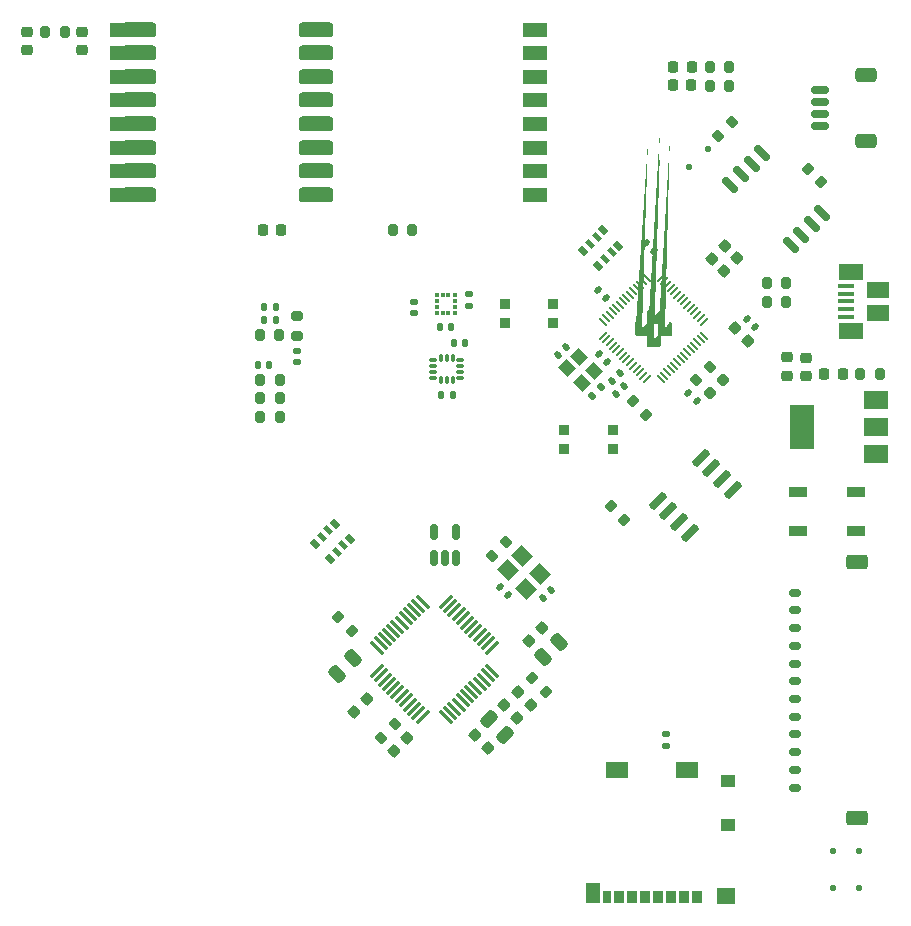
<source format=gbr>
%TF.GenerationSoftware,KiCad,Pcbnew,7.0.1*%
%TF.CreationDate,2023-07-16T20:54:18-07:00*%
%TF.ProjectId,flight_computer_dev_board_rfm98pw,666c6967-6874-45f6-936f-6d7075746572,rev?*%
%TF.SameCoordinates,Original*%
%TF.FileFunction,Paste,Top*%
%TF.FilePolarity,Positive*%
%FSLAX46Y46*%
G04 Gerber Fmt 4.6, Leading zero omitted, Abs format (unit mm)*
G04 Created by KiCad (PCBNEW 7.0.1) date 2023-07-16 20:54:18*
%MOMM*%
%LPD*%
G01*
G04 APERTURE LIST*
G04 Aperture macros list*
%AMRoundRect*
0 Rectangle with rounded corners*
0 $1 Rounding radius*
0 $2 $3 $4 $5 $6 $7 $8 $9 X,Y pos of 4 corners*
0 Add a 4 corners polygon primitive as box body*
4,1,4,$2,$3,$4,$5,$6,$7,$8,$9,$2,$3,0*
0 Add four circle primitives for the rounded corners*
1,1,$1+$1,$2,$3*
1,1,$1+$1,$4,$5*
1,1,$1+$1,$6,$7*
1,1,$1+$1,$8,$9*
0 Add four rect primitives between the rounded corners*
20,1,$1+$1,$2,$3,$4,$5,0*
20,1,$1+$1,$4,$5,$6,$7,0*
20,1,$1+$1,$6,$7,$8,$9,0*
20,1,$1+$1,$8,$9,$2,$3,0*%
%AMRotRect*
0 Rectangle, with rotation*
0 The origin of the aperture is its center*
0 $1 length*
0 $2 width*
0 $3 Rotation angle, in degrees counterclockwise*
0 Add horizontal line*
21,1,$1,$2,0,0,$3*%
%AMFreePoly0*
4,1,51,0.532219,0.614745,0.539696,0.609939,0.548496,0.608674,0.568109,0.591679,0.589937,0.577652,0.593629,0.569566,0.600348,0.563745,0.607658,0.538848,0.618438,0.515244,0.617172,0.506443,0.619677,0.497915,0.619677,-0.497915,0.614745,-0.532219,0.609939,-0.539696,0.608674,-0.548496,0.591679,-0.568109,0.577652,-0.589937,0.569566,-0.593629,0.563745,-0.600348,0.538848,-0.607658,
0.515244,-0.618438,0.506443,-0.617172,0.497915,-0.619677,-0.497915,-0.619677,-0.532219,-0.614745,-0.539696,-0.609939,-0.548496,-0.608674,-0.568109,-0.591679,-0.589937,-0.577652,-0.593629,-0.569566,-0.600348,-0.563745,-0.607658,-0.538848,-0.618438,-0.515244,-0.617172,-0.506443,-0.619677,-0.497915,-0.619677,0.397045,-0.616582,0.418565,-0.616895,0.422927,-0.615620,0.425261,-0.614745,0.431349,
-0.598456,0.456693,-0.584014,0.483144,-0.483144,0.584014,-0.465738,0.597042,-0.462875,0.600348,-0.460322,0.601097,-0.455399,0.604783,-0.425958,0.611187,-0.397045,0.619677,0.497915,0.619677,0.532219,0.614745,0.532219,0.614745,$1*%
%AMFreePoly1*
4,1,51,0.532219,0.614745,0.539696,0.609939,0.548496,0.608674,0.568109,0.591679,0.589937,0.577652,0.593629,0.569566,0.600348,0.563745,0.607658,0.538848,0.618438,0.515244,0.617172,0.506443,0.619677,0.497915,0.619677,-0.497915,0.614745,-0.532219,0.609939,-0.539696,0.608674,-0.548496,0.591679,-0.568109,0.577652,-0.589937,0.569566,-0.593629,0.563745,-0.600348,0.538848,-0.607658,
0.515244,-0.618438,0.506443,-0.617172,0.497915,-0.619677,-0.397045,-0.619677,-0.418563,-0.616583,-0.422927,-0.616895,-0.425261,-0.615620,-0.431349,-0.614745,-0.456693,-0.598456,-0.483144,-0.584014,-0.584014,-0.483144,-0.597044,-0.465737,-0.600348,-0.462875,-0.601097,-0.460323,-0.604783,-0.455400,-0.611187,-0.425956,-0.619677,-0.397045,-0.619677,0.497915,-0.614745,0.532219,-0.609939,0.539696,
-0.608674,0.548496,-0.591679,0.568109,-0.577652,0.589937,-0.569566,0.593629,-0.563745,0.600348,-0.538848,0.607658,-0.515244,0.618438,-0.506443,0.617172,-0.497915,0.619677,0.497915,0.619677,0.532219,0.614745,0.532219,0.614745,$1*%
%AMFreePoly2*
4,1,51,0.418565,0.616582,0.422927,0.616895,0.425261,0.615620,0.431349,0.614745,0.456693,0.598456,0.483144,0.584014,0.584014,0.483144,0.597042,0.465738,0.600348,0.462875,0.601097,0.460322,0.604783,0.455399,0.611187,0.425958,0.619677,0.397045,0.619677,-0.497915,0.614745,-0.532219,0.609939,-0.539696,0.608674,-0.548496,0.591679,-0.568109,0.577652,-0.589937,0.569566,-0.593629,
0.563745,-0.600348,0.538848,-0.607658,0.515244,-0.618438,0.506443,-0.617172,0.497915,-0.619677,-0.497915,-0.619677,-0.532219,-0.614745,-0.539696,-0.609939,-0.548496,-0.608674,-0.568109,-0.591679,-0.589937,-0.577652,-0.593629,-0.569566,-0.600348,-0.563745,-0.607658,-0.538848,-0.618438,-0.515244,-0.617172,-0.506443,-0.619677,-0.497915,-0.619677,0.497915,-0.614745,0.532219,-0.609939,0.539696,
-0.608674,0.548496,-0.591679,0.568109,-0.577652,0.589937,-0.569566,0.593629,-0.563745,0.600348,-0.538848,0.607658,-0.515244,0.618438,-0.506443,0.617172,-0.497915,0.619677,0.397045,0.619677,0.418565,0.616582,0.418565,0.616582,$1*%
%AMFreePoly3*
4,1,51,0.532219,0.614745,0.539696,0.609939,0.548496,0.608674,0.568109,0.591679,0.589937,0.577652,0.593629,0.569566,0.600348,0.563745,0.607658,0.538848,0.618438,0.515244,0.617172,0.506443,0.619677,0.497915,0.619677,-0.397045,0.616583,-0.418563,0.616895,-0.422927,0.615620,-0.425261,0.614745,-0.431349,0.598456,-0.456693,0.584014,-0.483144,0.483144,-0.584014,0.465737,-0.597044,
0.462875,-0.600348,0.460323,-0.601097,0.455400,-0.604783,0.425956,-0.611187,0.397045,-0.619677,-0.497915,-0.619677,-0.532219,-0.614745,-0.539696,-0.609939,-0.548496,-0.608674,-0.568109,-0.591679,-0.589937,-0.577652,-0.593629,-0.569566,-0.600348,-0.563745,-0.607658,-0.538848,-0.618438,-0.515244,-0.617172,-0.506443,-0.619677,-0.497915,-0.619677,0.497915,-0.614745,0.532219,-0.609939,0.539696,
-0.608674,0.548496,-0.591679,0.568109,-0.577652,0.589937,-0.569566,0.593629,-0.563745,0.600348,-0.538848,0.607658,-0.515244,0.618438,-0.506443,0.617172,-0.497915,0.619677,0.497915,0.619677,0.532219,0.614745,0.532219,0.614745,$1*%
G04 Aperture macros list end*
%ADD10RoundRect,0.218750X0.026517X-0.335876X0.335876X-0.026517X-0.026517X0.335876X-0.335876X0.026517X0*%
%ADD11RotRect,0.800000X0.500000X135.000000*%
%ADD12RotRect,0.800000X0.400000X135.000000*%
%ADD13RoundRect,0.140000X-0.021213X0.219203X-0.219203X0.021213X0.021213X-0.219203X0.219203X-0.021213X0*%
%ADD14RoundRect,0.225000X0.250000X-0.225000X0.250000X0.225000X-0.250000X0.225000X-0.250000X-0.225000X0*%
%ADD15RoundRect,0.200000X-0.200000X-0.275000X0.200000X-0.275000X0.200000X0.275000X-0.200000X0.275000X0*%
%ADD16RoundRect,0.140000X-0.140000X-0.170000X0.140000X-0.170000X0.140000X0.170000X-0.140000X0.170000X0*%
%ADD17RoundRect,0.135000X0.185000X-0.135000X0.185000X0.135000X-0.185000X0.135000X-0.185000X-0.135000X0*%
%ADD18RoundRect,0.225000X-0.250000X0.225000X-0.250000X-0.225000X0.250000X-0.225000X0.250000X0.225000X0*%
%ADD19RoundRect,0.200000X0.200000X0.275000X-0.200000X0.275000X-0.200000X-0.275000X0.200000X-0.275000X0*%
%ADD20R,2.000000X1.500000*%
%ADD21R,2.000000X3.800000*%
%ADD22RoundRect,0.250000X0.159099X-0.512652X0.512652X-0.159099X-0.159099X0.512652X-0.512652X0.159099X0*%
%ADD23RoundRect,0.140000X0.021213X-0.219203X0.219203X-0.021213X-0.021213X0.219203X-0.219203X0.021213X0*%
%ADD24RoundRect,0.250000X0.512652X0.159099X0.159099X0.512652X-0.512652X-0.159099X-0.159099X-0.512652X0*%
%ADD25RoundRect,0.218750X0.218750X0.256250X-0.218750X0.256250X-0.218750X-0.256250X0.218750X-0.256250X0*%
%ADD26RoundRect,0.200000X-0.335876X-0.053033X-0.053033X-0.335876X0.335876X0.053033X0.053033X0.335876X0*%
%ADD27RoundRect,0.218750X-0.218750X-0.256250X0.218750X-0.256250X0.218750X0.256250X-0.218750X0.256250X0*%
%ADD28RoundRect,0.225000X-0.017678X0.335876X-0.335876X0.017678X0.017678X-0.335876X0.335876X-0.017678X0*%
%ADD29R,0.900000X0.900000*%
%ADD30RoundRect,0.140000X-0.170000X0.140000X-0.170000X-0.140000X0.170000X-0.140000X0.170000X0.140000X0*%
%ADD31RoundRect,0.225000X0.017678X-0.335876X0.335876X-0.017678X-0.017678X0.335876X-0.335876X0.017678X0*%
%ADD32RotRect,1.400000X1.200000X315.000000*%
%ADD33RoundRect,0.135000X-0.035355X0.226274X-0.226274X0.035355X0.035355X-0.226274X0.226274X-0.035355X0*%
%ADD34RoundRect,0.225000X-0.335876X-0.017678X-0.017678X-0.335876X0.335876X0.017678X0.017678X0.335876X0*%
%ADD35RoundRect,0.200000X0.053033X-0.335876X0.335876X-0.053033X-0.053033X0.335876X-0.335876X0.053033X0*%
%ADD36RotRect,1.150000X1.000000X315.000000*%
%ADD37RoundRect,0.140000X0.219203X0.021213X0.021213X0.219203X-0.219203X-0.021213X-0.021213X-0.219203X0*%
%ADD38RoundRect,0.200000X0.335876X0.053033X0.053033X0.335876X-0.335876X-0.053033X-0.053033X-0.335876X0*%
%ADD39R,2.000000X1.300000*%
%ADD40RoundRect,0.200000X-0.275000X0.200000X-0.275000X-0.200000X0.275000X-0.200000X0.275000X0.200000X0*%
%ADD41RoundRect,0.150000X0.150000X-0.512500X0.150000X0.512500X-0.150000X0.512500X-0.150000X-0.512500X0*%
%ADD42RoundRect,0.125000X-0.125000X-0.125000X0.125000X-0.125000X0.125000X0.125000X-0.125000X0.125000X0*%
%ADD43RoundRect,0.087500X-0.225000X-0.087500X0.225000X-0.087500X0.225000X0.087500X-0.225000X0.087500X0*%
%ADD44RoundRect,0.087500X-0.087500X-0.225000X0.087500X-0.225000X0.087500X0.225000X-0.087500X0.225000X0*%
%ADD45RoundRect,0.150000X-0.565685X0.353553X0.353553X-0.565685X0.565685X-0.353553X-0.353553X0.565685X0*%
%ADD46RoundRect,0.140000X-0.219203X-0.021213X-0.021213X-0.219203X0.219203X0.021213X0.021213X0.219203X0*%
%ADD47R,1.500000X0.900000*%
%ADD48RoundRect,0.125000X0.000000X-0.176777X0.176777X0.000000X0.000000X0.176777X-0.176777X0.000000X0*%
%ADD49R,0.850000X1.100000*%
%ADD50R,0.750000X1.100000*%
%ADD51R,1.200000X1.000000*%
%ADD52R,1.550000X1.350000*%
%ADD53R,1.900000X1.350000*%
%ADD54R,1.170000X1.800000*%
%ADD55RoundRect,0.150000X0.625000X-0.150000X0.625000X0.150000X-0.625000X0.150000X-0.625000X-0.150000X0*%
%ADD56RoundRect,0.250000X0.650000X-0.350000X0.650000X0.350000X-0.650000X0.350000X-0.650000X-0.350000X0*%
%ADD57FreePoly0,315.000000*%
%ADD58FreePoly1,315.000000*%
%ADD59FreePoly2,315.000000*%
%ADD60FreePoly3,315.000000*%
%ADD61RoundRect,0.050000X-0.309359X0.238649X0.238649X-0.309359X0.309359X-0.238649X-0.238649X0.309359X0*%
%ADD62RoundRect,0.050000X-0.309359X-0.238649X-0.238649X-0.309359X0.309359X0.238649X0.238649X0.309359X0*%
%ADD63RoundRect,0.317500X1.157500X0.317500X-1.157500X0.317500X-1.157500X-0.317500X1.157500X-0.317500X0*%
%ADD64R,0.375000X0.350000*%
%ADD65R,0.350000X0.375000*%
%ADD66RoundRect,0.225000X0.225000X0.250000X-0.225000X0.250000X-0.225000X-0.250000X0.225000X-0.250000X0*%
%ADD67RoundRect,0.150000X0.350000X-0.150000X0.350000X0.150000X-0.350000X0.150000X-0.350000X-0.150000X0*%
%ADD68RoundRect,0.250000X0.650000X-0.375000X0.650000X0.375000X-0.650000X0.375000X-0.650000X-0.375000X0*%
%ADD69RoundRect,0.150000X0.406586X0.618718X-0.618718X-0.406586X-0.406586X-0.618718X0.618718X0.406586X0*%
%ADD70RoundRect,0.200000X-0.053033X0.335876X-0.335876X0.053033X0.053033X-0.335876X0.335876X-0.053033X0*%
%ADD71RoundRect,0.225000X0.335876X0.017678X0.017678X0.335876X-0.335876X-0.017678X-0.017678X-0.335876X0*%
%ADD72R,1.380000X0.450000*%
%ADD73R,2.100000X1.475000*%
%ADD74R,1.900000X1.375000*%
%ADD75RoundRect,0.075000X-0.415425X-0.521491X0.521491X0.415425X0.415425X0.521491X-0.521491X-0.415425X0*%
%ADD76RoundRect,0.075000X0.415425X-0.521491X0.521491X-0.415425X-0.415425X0.521491X-0.521491X0.415425X0*%
G04 APERTURE END LIST*
D10*
%TO.C,D5*%
X210684189Y-90795812D03*
X211797883Y-89682118D03*
%TD*%
D11*
%TO.C,R22*%
X178537868Y-104804924D03*
D12*
X179103553Y-104239239D03*
X179669239Y-103673553D03*
D11*
X180234924Y-103107868D03*
X178962132Y-101835076D03*
D12*
X178396447Y-102400761D03*
X177830761Y-102966447D03*
D11*
X177265076Y-103532132D03*
%TD*%
D13*
%TO.C,C11*%
X203079411Y-89110589D03*
X202400589Y-89789411D03*
%TD*%
D14*
%TO.C,C13*%
X217210000Y-89295000D03*
X217210000Y-87745000D03*
%TD*%
D15*
%TO.C,R7*%
X215520000Y-81480000D03*
X217170000Y-81480000D03*
%TD*%
D16*
%TO.C,C17*%
X172430000Y-88410000D03*
X173390000Y-88410000D03*
%TD*%
D17*
%TO.C,R15*%
X206960000Y-120650000D03*
X206960000Y-119630000D03*
%TD*%
D18*
%TO.C,C16*%
X152910000Y-60185000D03*
X152910000Y-61735000D03*
%TD*%
D19*
%TO.C,R18*%
X174255000Y-85830000D03*
X172605000Y-85830000D03*
%TD*%
D20*
%TO.C,IC2*%
X224780000Y-95970000D03*
X224780000Y-93670000D03*
X224780000Y-91370000D03*
D21*
X218480000Y-93670000D03*
%TD*%
D22*
%TO.C,C24*%
X179108249Y-114571751D03*
X180451751Y-113228249D03*
%TD*%
D23*
%TO.C,C4*%
X202780589Y-90849411D03*
X203459411Y-90170589D03*
%TD*%
D24*
%TO.C,C25*%
X193341751Y-119711751D03*
X191998249Y-118368249D03*
%TD*%
D25*
%TO.C,D1*%
X209157500Y-63130000D03*
X207582500Y-63130000D03*
%TD*%
D11*
%TO.C,R6*%
X201245736Y-79979848D03*
D12*
X201811421Y-79414163D03*
X202377107Y-78848477D03*
D11*
X202942792Y-78282792D03*
X201670000Y-77010000D03*
D12*
X201104315Y-77575685D03*
X200538629Y-78141371D03*
D11*
X199972944Y-78707056D03*
%TD*%
D26*
%TO.C,FB1*%
X195676637Y-114936637D03*
X196843363Y-116103363D03*
%TD*%
D14*
%TO.C,C12*%
X218810000Y-89315000D03*
X218810000Y-87765000D03*
%TD*%
D27*
%TO.C,D3*%
X220382500Y-89190000D03*
X221957500Y-89190000D03*
%TD*%
D28*
%TO.C,C20*%
X185068008Y-119961992D03*
X183971992Y-121058008D03*
%TD*%
D16*
%TO.C,C18*%
X172970000Y-84560000D03*
X173930000Y-84560000D03*
%TD*%
D29*
%TO.C,SW2*%
X202480000Y-93910000D03*
X198380000Y-93910000D03*
X202480000Y-95510000D03*
X198380000Y-95510000D03*
%TD*%
D16*
%TO.C,C32*%
X189040000Y-86550000D03*
X190000000Y-86550000D03*
%TD*%
%TO.C,C19*%
X172980000Y-83480000D03*
X173940000Y-83480000D03*
%TD*%
D30*
%TO.C,C34*%
X190300000Y-82430000D03*
X190300000Y-83390000D03*
%TD*%
D19*
%TO.C,L1*%
X156065000Y-60190000D03*
X154415000Y-60190000D03*
%TD*%
D31*
%TO.C,C3*%
X210853984Y-79396016D03*
X211950000Y-78300000D03*
%TD*%
D32*
%TO.C,Y2*%
X193601142Y-105773223D03*
X195156777Y-107328858D03*
X196358858Y-106126777D03*
X194803223Y-104571142D03*
%TD*%
D33*
%TO.C,R2*%
X201460624Y-90269376D03*
X200739376Y-90990624D03*
%TD*%
D19*
%TO.C,R17*%
X174295000Y-89690000D03*
X172645000Y-89690000D03*
%TD*%
D34*
%TO.C,C22*%
X190801992Y-119721992D03*
X191898008Y-120818008D03*
%TD*%
D35*
%TO.C,R21*%
X192256637Y-104563363D03*
X193423363Y-103396637D03*
%TD*%
D36*
%TO.C,Y1*%
X198642614Y-88692512D03*
X199880051Y-89929949D03*
X200870000Y-88940000D03*
X199632563Y-87702563D03*
%TD*%
D31*
%TO.C,C8*%
X211931992Y-80468008D03*
X213028008Y-79371992D03*
%TD*%
D37*
%TO.C,C10*%
X201909411Y-82689411D03*
X201230589Y-82010589D03*
%TD*%
D18*
%TO.C,C15*%
X157560000Y-60175000D03*
X157560000Y-61725000D03*
%TD*%
D22*
%TO.C,C27*%
X196578249Y-113161751D03*
X197921751Y-111818249D03*
%TD*%
D38*
%TO.C,R12*%
X220143363Y-72943363D03*
X218976637Y-71776637D03*
%TD*%
D19*
%TO.C,R14*%
X174275000Y-92770000D03*
X172625000Y-92770000D03*
%TD*%
D39*
%TO.C,U4*%
X160910000Y-60001499D03*
X160910000Y-62001499D03*
X160910000Y-64001499D03*
X160910000Y-66001499D03*
X160910000Y-68001499D03*
X160910000Y-70001499D03*
X160910000Y-72001499D03*
X160910000Y-74001499D03*
X195910000Y-74001499D03*
X195910000Y-72001499D03*
X195910000Y-70001499D03*
X195910000Y-68001499D03*
X195910000Y-66001499D03*
X195910000Y-64001499D03*
X195910000Y-62001499D03*
X195910000Y-60001499D03*
%TD*%
D40*
%TO.C,R19*%
X175730000Y-84275000D03*
X175730000Y-85925000D03*
%TD*%
D41*
%TO.C,U1*%
X187320000Y-104777500D03*
X188270000Y-104777500D03*
X189220000Y-104777500D03*
X189220000Y-102502500D03*
X187320000Y-102502500D03*
%TD*%
D15*
%TO.C,R4*%
X210685000Y-63130000D03*
X212335000Y-63130000D03*
%TD*%
D35*
%TO.C,R20*%
X182866637Y-120003363D03*
X184033363Y-118836637D03*
%TD*%
D42*
%TO.C,D6*%
X221130000Y-129570000D03*
X223330000Y-129570000D03*
%TD*%
D43*
%TO.C,U7*%
X187257500Y-87970000D03*
X187257500Y-88470000D03*
X187257500Y-88970000D03*
X187257500Y-89470000D03*
D44*
X187920000Y-89632500D03*
X188420000Y-89632500D03*
X188920000Y-89632500D03*
D43*
X189582500Y-89470000D03*
X189582500Y-88970000D03*
X189582500Y-88470000D03*
X189582500Y-87970000D03*
D44*
X188920000Y-87807500D03*
X188420000Y-87807500D03*
X187920000Y-87807500D03*
%TD*%
D13*
%TO.C,C2*%
X198499411Y-86870589D03*
X197820589Y-87549411D03*
%TD*%
D31*
%TO.C,C28*%
X195421992Y-111748008D03*
X196518008Y-110651992D03*
%TD*%
D34*
%TO.C,C6*%
X212811992Y-85251992D03*
X213908008Y-86348008D03*
%TD*%
D37*
%TO.C,C9*%
X205989411Y-78729411D03*
X205310589Y-78050589D03*
%TD*%
D45*
%TO.C,U6*%
X215131454Y-70467377D03*
X214233428Y-71365403D03*
X213335403Y-72263428D03*
X212437377Y-73161454D03*
X217528546Y-78252623D03*
X218426572Y-77354597D03*
X219324597Y-76456572D03*
X220222623Y-75558546D03*
%TD*%
D25*
%TO.C,D2*%
X209137500Y-64730000D03*
X207562500Y-64730000D03*
%TD*%
D26*
%TO.C,FB2*%
X179196637Y-109776637D03*
X180363363Y-110943363D03*
%TD*%
D46*
%TO.C,C7*%
X208890589Y-90770589D03*
X209569411Y-91449411D03*
%TD*%
D15*
%TO.C,R8*%
X215525000Y-83070000D03*
X217175000Y-83070000D03*
%TD*%
D47*
%TO.C,LED1*%
X218160000Y-99190000D03*
X218160000Y-102490000D03*
X223060000Y-102490000D03*
X223060000Y-99190000D03*
%TD*%
D42*
%TO.C,D7*%
X221160000Y-132720000D03*
X223360000Y-132720000D03*
%TD*%
D35*
%TO.C,R11*%
X209546637Y-89703363D03*
X210713363Y-88536637D03*
%TD*%
D46*
%TO.C,C1*%
X201330589Y-87440589D03*
X202009411Y-88119411D03*
%TD*%
D48*
%TO.C,D4*%
X208964683Y-71637817D03*
X210520317Y-70082183D03*
%TD*%
D15*
%TO.C,R3*%
X210685000Y-64750000D03*
X212335000Y-64750000D03*
%TD*%
D49*
%TO.C,J4*%
X209635000Y-133480000D03*
X208535000Y-133480000D03*
X207435000Y-133480000D03*
X206335000Y-133480000D03*
X205235000Y-133480000D03*
X204135000Y-133480000D03*
X203035000Y-133480000D03*
D50*
X201985000Y-133480000D03*
D51*
X212270000Y-127330000D03*
X212270000Y-123630000D03*
D52*
X212095000Y-133355000D03*
D53*
X208770000Y-122655000D03*
X202800000Y-122655000D03*
D54*
X200775000Y-133130000D03*
%TD*%
D38*
%TO.C,R1*%
X205323363Y-92633363D03*
X204156637Y-91466637D03*
%TD*%
D55*
%TO.C,J7*%
X220050000Y-68150000D03*
X220050000Y-67150000D03*
X220050000Y-66150000D03*
X220050000Y-65150000D03*
D56*
X223925000Y-69450000D03*
X223925000Y-63850000D03*
%TD*%
D28*
%TO.C,C21*%
X181678008Y-116701992D03*
X180581992Y-117798008D03*
%TD*%
D34*
%TO.C,C23*%
X193311992Y-117171992D03*
X194408008Y-118268008D03*
%TD*%
D57*
%TO.C,IC1*%
X205930000Y-84355406D03*
D58*
X204975406Y-85310000D03*
D59*
X206884594Y-85310000D03*
D60*
X205930000Y-86264594D03*
D61*
X205337798Y-81040843D03*
X205054955Y-81323686D03*
X204772113Y-81606528D03*
X204489270Y-81889371D03*
X204206427Y-82172214D03*
X203923585Y-82455056D03*
X203640742Y-82737899D03*
X203357899Y-83020742D03*
X203075056Y-83303585D03*
X202792214Y-83586427D03*
X202509371Y-83869270D03*
X202226528Y-84152113D03*
X201943686Y-84434955D03*
X201660843Y-84717798D03*
D62*
X201660843Y-85902202D03*
X201943686Y-86185045D03*
X202226528Y-86467887D03*
X202509371Y-86750730D03*
X202792214Y-87033573D03*
X203075056Y-87316415D03*
X203357899Y-87599258D03*
X203640742Y-87882101D03*
X203923585Y-88164944D03*
X204206427Y-88447786D03*
X204489270Y-88730629D03*
X204772113Y-89013472D03*
X205054955Y-89296314D03*
X205337798Y-89579157D03*
D61*
X206522202Y-89579157D03*
X206805045Y-89296314D03*
X207087887Y-89013472D03*
X207370730Y-88730629D03*
X207653573Y-88447786D03*
X207936415Y-88164944D03*
X208219258Y-87882101D03*
X208502101Y-87599258D03*
X208784944Y-87316415D03*
X209067786Y-87033573D03*
X209350629Y-86750730D03*
X209633472Y-86467887D03*
X209916314Y-86185045D03*
X210199157Y-85902202D03*
D62*
X210199157Y-84717798D03*
X209916314Y-84434955D03*
X209633472Y-84152113D03*
X209350629Y-83869270D03*
X209067786Y-83586427D03*
X208784944Y-83303585D03*
X208502101Y-83020742D03*
X208219258Y-82737899D03*
X207936415Y-82455056D03*
X207653573Y-82172214D03*
X207370730Y-81889371D03*
X207087887Y-81606528D03*
X206805045Y-81323686D03*
X206522202Y-81040843D03*
%TD*%
D16*
%TO.C,C31*%
X187860000Y-85190000D03*
X188820000Y-85190000D03*
%TD*%
D63*
%TO.C,U5*%
X177385000Y-74000000D03*
X177385000Y-72000000D03*
X177385000Y-70000000D03*
X177385000Y-68000000D03*
X177385000Y-66000000D03*
X177385000Y-64000000D03*
X177385000Y-62000000D03*
X177385000Y-60000000D03*
X162335000Y-60000000D03*
X162335000Y-62000000D03*
X162335000Y-64000000D03*
X162335000Y-66000000D03*
X162335000Y-68000000D03*
X162335000Y-70000000D03*
X162335000Y-72000000D03*
X162335000Y-74000000D03*
%TD*%
D37*
%TO.C,C5*%
X214538822Y-85218822D03*
X213860000Y-84540000D03*
%TD*%
D19*
%TO.C,R16*%
X174285000Y-91230000D03*
X172635000Y-91230000D03*
%TD*%
D64*
%TO.C,U8*%
X187557500Y-82470000D03*
X187557500Y-82970000D03*
X187557500Y-83470000D03*
X187557500Y-83970000D03*
D65*
X188070000Y-83982500D03*
X188570000Y-83982500D03*
D64*
X189082500Y-83970000D03*
X189082500Y-83470000D03*
X189082500Y-82970000D03*
X189082500Y-82470000D03*
D65*
X188570000Y-82457500D03*
X188070000Y-82457500D03*
%TD*%
D29*
%TO.C,SW1*%
X197450000Y-83260000D03*
X193350000Y-83260000D03*
X197450000Y-84860000D03*
X193350000Y-84860000D03*
%TD*%
D30*
%TO.C,C36*%
X175750000Y-87200000D03*
X175750000Y-88160000D03*
%TD*%
D46*
%TO.C,C29*%
X192910589Y-107160589D03*
X193589411Y-107839411D03*
%TD*%
D66*
%TO.C,C14*%
X174405000Y-76950000D03*
X172855000Y-76950000D03*
%TD*%
D67*
%TO.C,J2*%
X217950000Y-124180000D03*
X217950000Y-122680000D03*
X217950000Y-121180000D03*
X217950000Y-119680000D03*
X217950000Y-118180000D03*
X217950000Y-116680000D03*
X217950000Y-115180000D03*
X217950000Y-113680000D03*
X217950000Y-112180000D03*
X217950000Y-110680000D03*
X217950000Y-109180000D03*
X217950000Y-107680000D03*
D68*
X223140000Y-126785000D03*
X223140000Y-105075000D03*
%TD*%
D30*
%TO.C,C33*%
X185690000Y-83040000D03*
X185690000Y-84000000D03*
%TD*%
D26*
%TO.C,R5*%
X202296637Y-100356637D03*
X203463363Y-101523363D03*
%TD*%
D69*
%TO.C,U3*%
X212627838Y-98956238D03*
X211729813Y-98058213D03*
X210831787Y-97160187D03*
X209933762Y-96262162D03*
X206292162Y-99903762D03*
X207190187Y-100801787D03*
X208088213Y-101699813D03*
X208986238Y-102597838D03*
%TD*%
D70*
%TO.C,R10*%
X212553363Y-67806637D03*
X211386637Y-68973363D03*
%TD*%
D71*
%TO.C,C26*%
X195528008Y-117148008D03*
X194431992Y-116051992D03*
%TD*%
D13*
%TO.C,C30*%
X197249411Y-107470589D03*
X196570589Y-108149411D03*
%TD*%
D72*
%TO.C,J8*%
X222260000Y-81720000D03*
X222260000Y-82370000D03*
X222260000Y-83020000D03*
X222260000Y-83670000D03*
X222260000Y-84320000D03*
D73*
X222620000Y-85482500D03*
D74*
X224920000Y-83957500D03*
X224920000Y-82082500D03*
D73*
X222620000Y-80557500D03*
%TD*%
D19*
%TO.C,R13*%
X185495000Y-76970000D03*
X183845000Y-76970000D03*
%TD*%
D75*
%TO.C,U2*%
X182484248Y-114327576D03*
X182837802Y-114681130D03*
X183191355Y-115034683D03*
X183544909Y-115388237D03*
X183898462Y-115741790D03*
X184252015Y-116095343D03*
X184605569Y-116448897D03*
X184959122Y-116802450D03*
X185312675Y-117156003D03*
X185666229Y-117509557D03*
X186019782Y-117863110D03*
X186373336Y-118216664D03*
D76*
X188370912Y-118216664D03*
X188724466Y-117863110D03*
X189078019Y-117509557D03*
X189431573Y-117156003D03*
X189785126Y-116802450D03*
X190138679Y-116448897D03*
X190492233Y-116095343D03*
X190845786Y-115741790D03*
X191199339Y-115388237D03*
X191552893Y-115034683D03*
X191906446Y-114681130D03*
X192260000Y-114327576D03*
D75*
X192260000Y-112330000D03*
X191906446Y-111976446D03*
X191552893Y-111622893D03*
X191199339Y-111269339D03*
X190845786Y-110915786D03*
X190492233Y-110562233D03*
X190138679Y-110208679D03*
X189785126Y-109855126D03*
X189431573Y-109501573D03*
X189078019Y-109148019D03*
X188724466Y-108794466D03*
X188370912Y-108440912D03*
D76*
X186373336Y-108440912D03*
X186019782Y-108794466D03*
X185666229Y-109148019D03*
X185312675Y-109501573D03*
X184959122Y-109855126D03*
X184605569Y-110208679D03*
X184252015Y-110562233D03*
X183898462Y-110915786D03*
X183544909Y-111269339D03*
X183191355Y-111622893D03*
X182837802Y-111976446D03*
X182484248Y-112330000D03*
%TD*%
D16*
%TO.C,C35*%
X187970000Y-90950000D03*
X188930000Y-90950000D03*
%TD*%
D19*
%TO.C,R9*%
X225065000Y-89180000D03*
X223415000Y-89180000D03*
%TD*%
M02*

</source>
